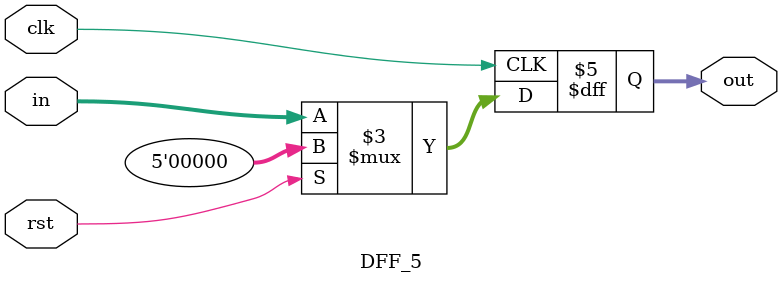
<source format=sv>
module DFF_5(
    input clk,
    input rst,
    input [4:0] in,
    output logic [4:0] out
);


always@(posedge clk)begin
    if(rst)begin
        out<=5'b0;
    end
    else begin
        out<=in;
    end
end

endmodule

</source>
